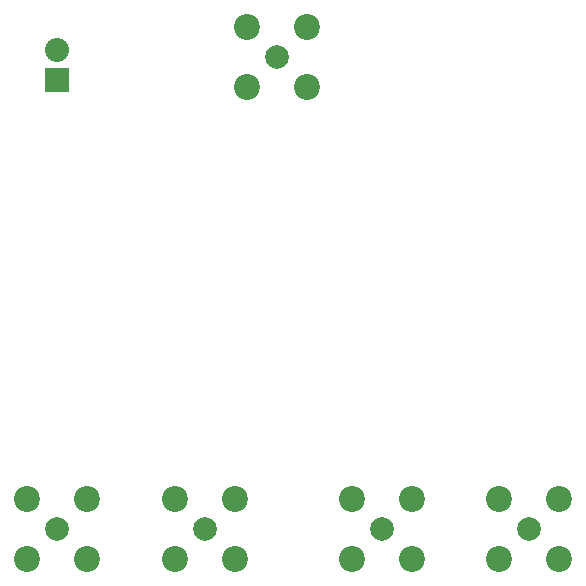
<source format=gbs>
G04 #@! TF.FileFunction,Soldermask,Bot*
%FSLAX46Y46*%
G04 Gerber Fmt 4.6, Leading zero omitted, Abs format (unit mm)*
G04 Created by KiCad (PCBNEW 4.0.2-stable) date Fri 15 Jul 2016 21:48:07 BST*
%MOMM*%
G01*
G04 APERTURE LIST*
%ADD10C,0.100000*%
%ADD11C,2.000000*%
%ADD12C,2.200000*%
%ADD13R,2.032000X2.032000*%
%ADD14O,2.032000X2.032000*%
G04 APERTURE END LIST*
D10*
D11*
X92500000Y-105000000D03*
D12*
X89960000Y-102460000D03*
X89960000Y-107540000D03*
X95040000Y-102460000D03*
X95040000Y-107540000D03*
D11*
X83600000Y-65000000D03*
D12*
X81060000Y-62460000D03*
X81060000Y-67540000D03*
X86140000Y-62460000D03*
X86140000Y-67540000D03*
D11*
X65000000Y-105000000D03*
D12*
X62460000Y-102460000D03*
X62460000Y-107540000D03*
X67540000Y-102460000D03*
X67540000Y-107540000D03*
D11*
X105000000Y-105000000D03*
D12*
X102460000Y-102460000D03*
X102460000Y-107540000D03*
X107540000Y-102460000D03*
X107540000Y-107540000D03*
D11*
X77500000Y-105000000D03*
D12*
X74960000Y-102460000D03*
X74960000Y-107540000D03*
X80040000Y-102460000D03*
X80040000Y-107540000D03*
D13*
X65000000Y-67000000D03*
D14*
X65000000Y-64460000D03*
M02*

</source>
